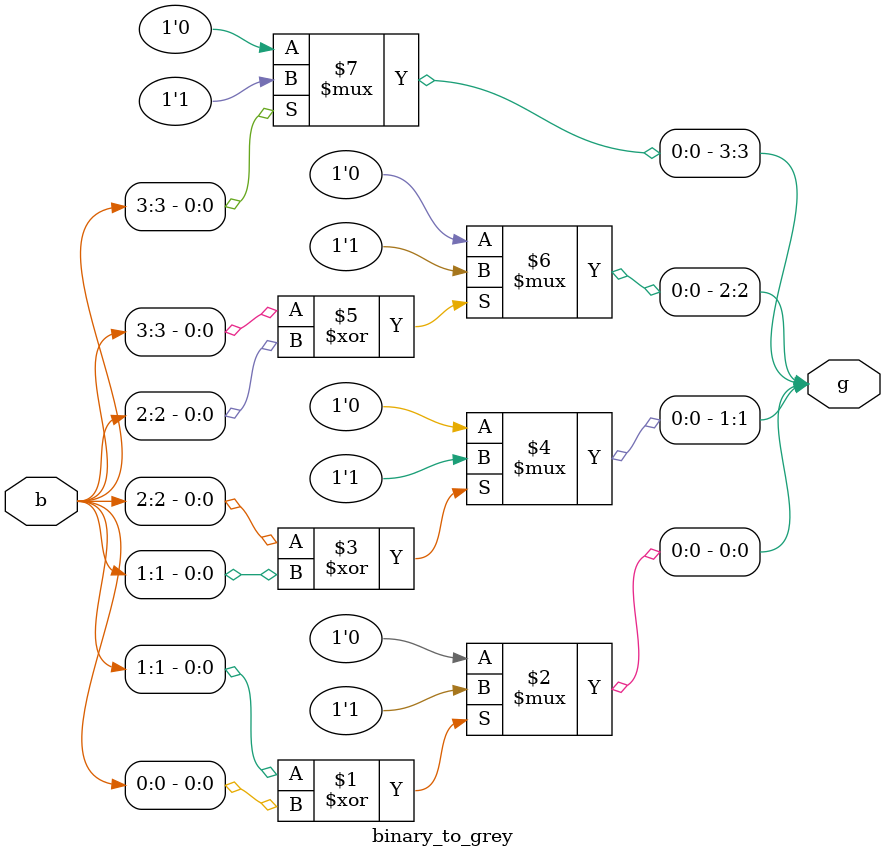
<source format=v>
module binary_to_grey(
input [3:0] b,
output [3:0] g
);

	assign g[3:0]= {b[3]?1'b1:1'b0,
               (b[3]^b[2])?1'b1:1'b0,
               (b[2]^b[1])?1'b1:1'b0,
               (b[1]^b[0])?1'b1:1'b0};
endmodule

</source>
